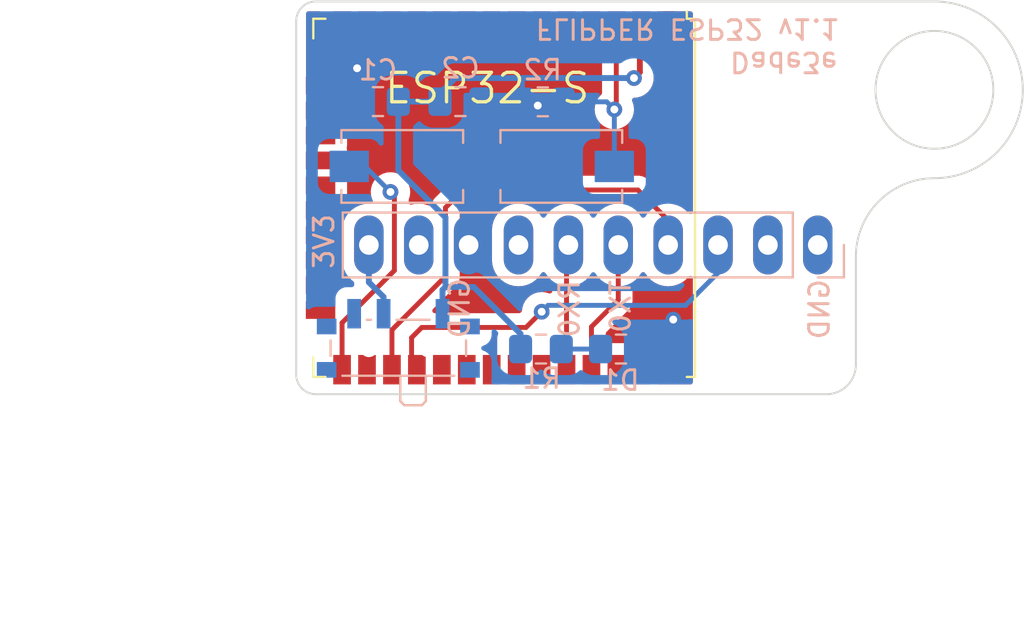
<source format=kicad_pcb>
(kicad_pcb (version 20221018) (generator pcbnew)
  (layers (0 "F.Cu" signal) (31 "B.Cu" signal) (34 "B.Paste" user) (35 "F.Paste" user) (36 "B.SilkS" user "B.Silkscreen") (37 "F.SilkS" user "F.Silkscreen") (38 "B.Mask" user) (39 "F.Mask" user) (44 "Edge.Cuts" user))
  (net 0 "")
  (net 1 "GND")
  (net 2 "Net-(D1-A)")
  (net 4 "Net-(J1-Pin_5)")
  (net 5 "Net-(J1-Pin_6)")
  (net 8 "Net-(J1-Pin_10)")
  (net 36 "Net-(J1-Pin_3)")
  (net 37 "Net-(J1-Pin_4)")
  (net 39 "Net-(SW1-A)")
  (net 41 "Net-(U1-IO0)")
  (net 42 "Net-(U1-EN)")
  (footprint "RF_Module:ESP32-WROOM-32U" (layer "F.Cu") (at 60.59 60 -90)
    (fp_text reference "U1" hide)
    (fp_text value "ESP32-WROOM-32" hide)
    (fp_line (start -9.12 -9.72) (end -9.12 -9.3) (stroke (width 0.12)) (layer "F.SilkS"))
    (fp_line (start -9.12 -9.72) (end 9.12 -9.72) (stroke (width 0.12)) (layer "F.SilkS"))
    (fp_line (start -9.12 -9.3) (end -9.5 -9.3) (stroke (width 0.12)) (layer "F.SilkS"))
    (fp_line (start -9.12 9.1) (end -9.12 9.72) (stroke (width 0.12)) (layer "F.SilkS"))
    (fp_line (start -9.12 9.72) (end -8.12 9.72) (stroke (width 0.12)) (layer "F.SilkS"))
    (fp_line (start 9.12 -9.72) (end 9.12 -9.3) (stroke (width 0.12)) (layer "F.SilkS"))
    (fp_line (start 9.12 9.1) (end 9.12 9.72) (stroke (width 0.12)) (layer "F.SilkS"))
    (fp_line (start 9.12 9.72) (end 8.12 9.72) (stroke (width 0.12)) (layer "F.SilkS"))
    (pad "1" smd rect (at -8.75 -8.255 270) (size 1.5 0.9) (layers "F.Cu" "F.Paste" "F.Mask") (net 1 "GND"))
    (pad "2" smd rect (at -8.75 -6.985 270) (size 1.5 0.9) (layers "F.Cu" "F.Paste" "F.Mask") (net 39 "Net-(SW1-A)"))
    (pad "3" smd rect (at -8.75 -5.715 270) (size 1.5 0.9) (layers "F.Cu" "F.Paste" "F.Mask") (net 42 "Net-(U1-EN)"))
    (pad "4" smd rect (at -8.75 -4.445 270) (size 1.5 0.9) (layers "F.Cu" "F.Paste" "F.Mask"))
    (pad "5" smd rect (at -8.75 -3.175 270) (size 1.5 0.9) (layers "F.Cu" "F.Paste" "F.Mask"))
    (pad "6" smd rect (at -8.75 -1.905 270) (size 1.5 0.9) (layers "F.Cu" "F.Paste" "F.Mask"))
    (pad "7" smd rect (at -8.75 -0.635 270) (size 1.5 0.9) (layers "F.Cu" "F.Paste" "F.Mask"))
    (pad "8" smd rect (at -8.75 0.635 270) (size 1.5 0.9) (layers "F.Cu" "F.Paste" "F.Mask"))
    (pad "9" smd rect (at -8.75 1.905 270) (size 1.5 0.9) (layers "F.Cu" "F.Paste" "F.Mask"))
    (pad "10" smd rect (at -8.75 3.175 270) (size 1.5 0.9) (layers "F.Cu" "F.Paste" "F.Mask"))
    (pad "11" smd rect (at -8.75 4.445 270) (size 1.5 0.9) (layers "F.Cu" "F.Paste" "F.Mask"))
    (pad "12" smd rect (at -8.75 5.715 270) (size 1.5 0.9) (layers "F.Cu" "F.Paste" "F.Mask"))
    (pad "13" smd rect (at -8.75 6.985 270) (size 1.5 0.9) (layers "F.Cu" "F.Paste" "F.Mask"))
    (pad "14" smd rect (at -8.75 8.255 270) (size 1.5 0.9) (layers "F.Cu" "F.Paste" "F.Mask"))
    (pad "15" smd rect (at -5.715 9.35) (size 1.5 0.9) (layers "F.Cu" "F.Paste" "F.Mask") (net 1 "GND"))
    (pad "16" smd rect (at -4.445 9.35) (size 1.5 0.9) (layers "F.Cu" "F.Paste" "F.Mask"))
    (pad "17" smd rect (at -3.175 9.35) (size 1.5 0.9) (layers "F.Cu" "F.Paste" "F.Mask"))
    (pad "18" smd rect (at -1.905 9.35) (size 1.5 0.9) (layers "F.Cu" "F.Paste" "F.Mask"))
    (pad "19" smd rect (at -0.635 9.35) (size 1.5 0.9) (layers "F.Cu" "F.Paste" "F.Mask"))
    (pad "20" smd rect (at 0.635 9.35) (size 1.5 0.9) (layers "F.Cu" "F.Paste" "F.Mask"))
    (pad "21" smd rect (at 1.905 9.35) (size 1.5 0.9) (layers "F.Cu" "F.Paste" "F.Mask"))
    (pad "22" smd rect (at 3.175 9.35) (size 1.5 0.9) (layers "F.Cu" "F.Paste" "F.Mask"))
    (pad "23" smd rect (at 4.445 9.35) (size 1.5 0.9) (layers "F.Cu" "F.Paste" "F.Mask"))
    (pad "24" smd rect (at 5.715 9.35) (size 1.5 0.9) (layers "F.Cu" "F.Paste" "F.Mask"))
    (pad "25" smd rect (at 8.75 8.255 270) (size 1.5 0.9) (layers "F.Cu" "F.Paste" "F.Mask") (net 41 "Net-(U1-IO0)"))
    (pad "26" smd rect (at 8.75 6.985 270) (size 1.5 0.9) (layers "F.Cu" "F.Paste" "F.Mask"))
    (pad "27" smd rect (at 8.75 5.715 270) (size 1.5 0.9) (layers "F.Cu" "F.Paste" "F.Mask") (net 37 "Net-(J1-Pin_4)"))
    (pad "28" smd rect (at 8.75 4.445 270) (size 1.5 0.9) (layers "F.Cu" "F.Paste" "F.Mask") (net 36 "Net-(J1-Pin_3)"))
    (pad "29" smd rect (at 8.75 3.175 270) (size 1.5 0.9) (layers "F.Cu" "F.Paste" "F.Mask"))
    (pad "30" smd rect (at 8.75 1.905 270) (size 1.5 0.9) (layers "F.Cu" "F.Paste" "F.Mask"))
    (pad "31" smd rect (at 8.75 0.635 270) (size 1.5 0.9) (layers "F.Cu" "F.Paste" "F.Mask"))
    (pad "32" smd rect (at 8.75 -0.635 270) (size 1.5 0.9) (layers "F.Cu" "F.Paste" "F.Mask"))
    (pad "33" smd rect (at 8.75 -1.905 270) (size 1.5 0.9) (layers "F.Cu" "F.Paste" "F.Mask"))
    (pad "34" smd rect (at 8.75 -3.175 270) (size 1.5 0.9) (layers "F.Cu" "F.Paste" "F.Mask") (net 5 "Net-(J1-Pin_6)"))
    (pad "35" smd rect (at 8.75 -4.445 270) (size 1.5 0.9) (layers "F.Cu" "F.Paste" "F.Mask") (net 4 "Net-(J1-Pin_5)"))
    (pad "36" smd rect (at 8.75 -5.715 270) (size 1.5 0.9) (layers "F.Cu" "F.Paste" "F.Mask"))
    (pad "37" smd rect (at 8.75 -6.985 270) (size 1.5 0.9) (layers "F.Cu" "F.Paste" "F.Mask"))
    (pad "38" smd rect (at 8.75 -8.255 270) (size 1.5 0.9) (layers "F.Cu" "F.Paste" "F.Mask") (net 1 "GND"))
  )
  (footprint "Library:PinHeader_1x10_P2.54mm_Vertical_largo" (layer "B.Cu") (at 76.56 62.4 90)
    (fp_text reference "J1" hide)
    (fp_text value "Conn_01x10" hide)
    (fp_line (start -1.651 -24.19) (end 1.651 -24.19) (stroke (width 0.12)) (layer "B.SilkS"))
    (fp_line (start -1.651 -1.27) (end -1.651 -24.19) (stroke (width 0.12)) (layer "B.SilkS"))
    (fp_line (start -1.651 -1.27) (end 1.651 -1.27) (stroke (width 0.12)) (layer "B.SilkS"))
    (fp_line (start -1.651 0) (end -1.651 1.33) (stroke (width 0.12)) (layer "B.SilkS"))
    (fp_line (start -1.651 1.33) (end 0 1.33) (stroke (width 0.12)) (layer "B.SilkS"))
    (fp_line (start 1.651 -1.27) (end 1.651 -24.19) (stroke (width 0.12)) (layer "B.SilkS"))
    (pad "1" thru_hole oval (at 0 0 90) (size 3 1.5) (drill 1) (layers "*.Cu" "*.Mask"))
    (pad "2" thru_hole oval (at 0 -2.54 90) (size 3 1.5) (drill 1) (layers "*.Cu" "*.Mask"))
    (pad "3" thru_hole oval (at 0 -5.08 90) (size 3 1.5) (drill 1) (layers "*.Cu" "*.Mask") (net 36 "Net-(J1-Pin_3)"))
    (pad "4" thru_hole oval (at 0 -7.62 90) (size 3 1.5) (drill 1) (layers "*.Cu" "*.Mask") (net 37 "Net-(J1-Pin_4)"))
    (pad "5" thru_hole oval (at 0 -10.16 90) (size 3 1.5) (drill 1) (layers "*.Cu" "*.Mask") (net 4 "Net-(J1-Pin_5)"))
    (pad "6" thru_hole oval (at 0 -12.7 90) (size 3 1.5) (drill 1) (layers "*.Cu" "*.Mask") (net 5 "Net-(J1-Pin_6)"))
    (pad "7" thru_hole oval (at 0 -15.24 90) (size 3 1.5) (drill 1) (layers "*.Cu" "*.Mask"))
    (pad "8" thru_hole oval (at 0 -17.78 90) (size 3 1.5) (drill 1) (layers "*.Cu" "*.Mask") (net 1 "GND"))
    (pad "9" thru_hole oval (at 0 -20.32 90) (size 3 1.5) (drill 1) (layers "*.Cu" "*.Mask"))
    (pad "10" thru_hole oval (at 0 -22.86 90) (size 3 1.5) (drill 1) (layers "*.Cu" "*.Mask") (net 8 "Net-(J1-Pin_10)"))
  )
  (footprint "Button_Switch_SMD:SW_SPST_EVQPE1" (layer "B.Cu") (at 63.5 58.4)
    (fp_text reference "SW3" hide)
    (fp_text value "SW_Push" hide)
    (fp_line (start -3.1 -1.85) (end 3.1 -1.85) (stroke (width 0.12)) (layer "B.SilkS"))
    (fp_line (start -3.1 -1.2) (end -3.1 -1.85) (stroke (width 0.12)) (layer "B.SilkS"))
    (fp_line (start -3.1 1.85) (end -3.1 1.2) (stroke (width 0.12)) (layer "B.SilkS"))
    (fp_line (start 3.1 -1.85) (end 3.1 -1.2) (stroke (width 0.12)) (layer "B.SilkS"))
    (fp_line (start 3.1 1.85) (end -3.1 1.85) (stroke (width 0.12)) (layer "B.SilkS"))
    (fp_line (start 3.1 1.85) (end 3.1 1.2) (stroke (width 0.12)) (layer "B.SilkS"))
    (pad "1" smd rect (at -2.7 0) (size 2 1.6) (layers "B.Cu" "B.Paste" "B.Mask") (net 1 "GND"))
    (pad "2" smd rect (at 2.7 0) (size 2 1.6) (layers "B.Cu" "B.Paste" "B.Mask") (net 42 "Net-(U1-EN)"))
  )
  (footprint "Capacitor_SMD:C_0805_2012Metric_Pad1.18x1.45mm_HandSolder" (layer "B.Cu") (at 66.5375 67.7 180)
    (fp_text reference "D1" (at 0.0375 -1.6) (layer "B.SilkS") (effects (justify mirror)))
    (fp_text value "LED" hide)
    (fp_line (start -0.261252 -0.735) (end 0.261252 -0.735) (stroke (width 0.12)) (layer "B.SilkS"))
    (fp_line (start -0.261252 0.735) (end 0.261252 0.735) (stroke (width 0.12)) (layer "B.SilkS"))
    (pad "1" smd roundrect (at -1.0375 0 180) (size 1.175 1.45) (layers "B.Cu" "B.Paste" "B.Mask") (roundrect_rratio 0.2127659574) (net 1 "GND"))
    (pad "2" smd roundrect (at 1.0375 0 180) (size 1.175 1.45) (layers "B.Cu" "B.Paste" "B.Mask") (roundrect_rratio 0.2127659574) (net 2 "Net-(D1-A)"))
  )
  (footprint "Button_Switch_SMD:SW_SPST_EVQPE1" (layer "B.Cu") (at 55.4 58.4)
    (fp_text reference "SW2" hide)
    (fp_text value "SW_Push" hide)
    (fp_line (start -3.1 -1.85) (end 3.1 -1.85) (stroke (width 0.12)) (layer "B.SilkS"))
    (fp_line (start -3.1 -1.2) (end -3.1 -1.85) (stroke (width 0.12)) (layer "B.SilkS"))
    (fp_line (start -3.1 1.85) (end -3.1 1.2) (stroke (width 0.12)) (layer "B.SilkS"))
    (fp_line (start 3.1 -1.85) (end 3.1 -1.2) (stroke (width 0.12)) (layer "B.SilkS"))
    (fp_line (start 3.1 1.85) (end -3.1 1.85) (stroke (width 0.12)) (layer "B.SilkS"))
    (fp_line (start 3.1 1.85) (end 3.1 1.2) (stroke (width 0.12)) (layer "B.SilkS"))
    (pad "1" smd rect (at -2.7 0) (size 2 1.6) (layers "B.Cu" "B.Paste" "B.Mask") (net 41 "Net-(U1-IO0)"))
    (pad "2" smd rect (at 2.7 0) (size 2 1.6) (layers "B.Cu" "B.Paste" "B.Mask") (net 1 "GND"))
  )
  (footprint "Capacitor_SMD:C_0805_2012Metric_Pad1.18x1.45mm_HandSolder" (layer "B.Cu") (at 54.1625 55.1 180)
    (fp_text reference "C1" (at 0 1.6) (layer "B.SilkS") (effects (justify mirror)))
    (fp_text value "C" hide)
    (fp_line (start -0.261252 -0.735) (end 0.261252 -0.735) (stroke (width 0.12)) (layer "B.SilkS"))
    (fp_line (start -0.261252 0.735) (end 0.261252 0.735) (stroke (width 0.12)) (layer "B.SilkS"))
    (pad "1" smd roundrect (at -1.0375 0 180) (size 1.175 1.45) (layers "B.Cu" "B.Paste" "B.Mask") (roundrect_rratio 0.2127659574) (net 39 "Net-(SW1-A)"))
    (pad "2" smd roundrect (at 1.0375 0 180) (size 1.175 1.45) (layers "B.Cu" "B.Paste" "B.Mask") (roundrect_rratio 0.2127659574) (net 1 "GND"))
  )
  (footprint "Button_Switch_SMD:SW_SPDT_PCM12" (layer "B.Cu") (at 55.2 67.33 180)
    (fp_text reference "SW1" hide)
    (fp_text value "SW_SPDT" hide)
    (fp_line (start -3.45 0.07) (end -3.45 -0.72) (stroke (width 0.12)) (layer "B.SilkS"))
    (fp_line (start -2.85 -1.73) (end 2.85 -1.73) (stroke (width 0.12)) (layer "B.SilkS"))
    (fp_line (start -1.6 1.12) (end 0.1 1.12) (stroke (width 0.12)) (layer "B.SilkS"))
    (fp_line (start -1.4 -3.02) (end -1.2 -3.23) (stroke (width 0.12)) (layer "B.SilkS"))
    (fp_line (start -1.4 -1.73) (end -1.4 -3.02) (stroke (width 0.12)) (layer "B.SilkS"))
    (fp_line (start -1.2 -3.23) (end -0.3 -3.23) (stroke (width 0.12)) (layer "B.SilkS"))
    (fp_line (start -0.1 -3.02) (end -0.3 -3.23) (stroke (width 0.12)) (layer "B.SilkS"))
    (fp_line (start -0.1 -3.02) (end -0.1 -1.73) (stroke (width 0.12)) (layer "B.SilkS"))
    (fp_line (start 1.4 1.12) (end 1.6 1.12) (stroke (width 0.12)) (layer "B.SilkS"))
    (fp_line (start 3.45 -0.72) (end 3.45 0.07) (stroke (width 0.12)) (layer "B.SilkS"))
    (pad "" smd rect (at -3.65 -1.43 180) (size 1 0.8) (layers "B.Cu" "B.Paste" "B.Mask"))
    (pad "" smd rect (at -3.65 0.78 180) (size 1 0.8) (layers "B.Cu" "B.Paste" "B.Mask"))
    (pad "" np_thru_hole circle (at -1.5 -0.33 180) (size 0.9 0.9) (drill 0.9) (layers "*.Cu" "*.Mask"))
    (pad "" np_thru_hole circle (at 1.5 -0.33 180) (size 0.9 0.9) (drill 0.9) (layers "*.Cu" "*.Mask"))
    (pad "" smd rect (at 3.65 -1.43 180) (size 1 0.8) (layers "B.Cu" "B.Paste" "B.Mask"))
    (pad "" smd rect (at 3.65 0.78 180) (size 1 0.8) (layers "B.Cu" "B.Paste" "B.Mask"))
    (pad "1" smd rect (at -2.25 1.43 180) (size 0.7 1.5) (layers "B.Cu" "B.Paste" "B.Mask") (net 39 "Net-(SW1-A)"))
    (pad "2" smd rect (at 0.75 1.43 180) (size 0.7 1.5) (layers "B.Cu" "B.Paste" "B.Mask") (net 8 "Net-(J1-Pin_10)"))
    (pad "3" smd rect (at 2.25 1.43 180) (size 0.7 1.5) (layers "B.Cu" "B.Paste" "B.Mask"))
  )
  (footprint "Capacitor_SMD:C_0805_2012Metric_Pad1.18x1.45mm_HandSolder" (layer "B.Cu") (at 62.5575 55.11)
    (fp_text reference "R2" (at -0.0075 -1.62) (layer "B.SilkS") (effects (justify mirror)))
    (fp_text value "10K" hide)
    (fp_line (start -0.261252 -0.735) (end 0.261252 -0.735) (stroke (width 0.12)) (layer "B.SilkS"))
    (fp_line (start -0.261252 0.735) (end 0.261252 0.735) (stroke (width 0.12)) (layer "B.SilkS"))
    (pad "1" smd roundrect (at -1.0375 0) (size 1.175 1.45) (layers "B.Cu" "B.Paste" "B.Mask") (roundrect_rratio 0.212766) (net 39 "Net-(SW1-A)"))
    (pad "2" smd roundrect (at 1.0375 0) (size 1.175 1.45) (layers "B.Cu" "B.Paste" "B.Mask") (roundrect_rratio 0.212766) (net 42 "Net-(U1-EN)"))
  )
  (footprint "Capacitor_SMD:C_0805_2012Metric_Pad1.18x1.45mm_HandSolder" (layer "B.Cu") (at 58.3625 55.1)
    (fp_text reference "C2" (at 0 -1.7) (layer "B.SilkS") (effects (justify mirror)))
    (fp_text value "C" hide)
    (fp_line (start -0.261252 -0.735) (end 0.261252 -0.735) (stroke (width 0.12)) (layer "B.SilkS"))
    (fp_line (start -0.261252 0.735) (end 0.261252 0.735) (stroke (width 0.12)) (layer "B.SilkS"))
    (pad "1" smd roundrect (at -1.0375 0) (size 1.175 1.45) (layers "B.Cu" "B.Paste" "B.Mask") (roundrect_rratio 0.2127659574) (net 39 "Net-(SW1-A)"))
    (pad "2" smd roundrect (at 1.0375 0) (size 1.175 1.45) (layers "B.Cu" "B.Paste" "B.Mask") (roundrect_rratio 0.2127659574) (net 1 "GND"))
  )
  (footprint "Capacitor_SMD:C_0805_2012Metric_Pad1.18x1.45mm_HandSolder" (layer "B.Cu") (at 62.4625 67.7 180)
    (fp_text reference "R1" (at -0.0375 -1.5) (layer "B.SilkS") (effects (justify mirror)))
    (fp_text value "R" hide)
    (fp_line (start -0.261252 -0.735) (end 0.261252 -0.735) (stroke (width 0.12)) (layer "B.SilkS"))
    (fp_line (start -0.261252 0.735) (end 0.261252 0.735) (stroke (width 0.12)) (layer "B.SilkS"))
    (pad "1" smd roundrect (at -1.0375 0 180) (size 1.175 1.45) (layers "B.Cu" "B.Paste" "B.Mask") (roundrect_rratio 0.2127659574) (net 2 "Net-(D1-A)"))
    (pad "2" smd roundrect (at 1.0375 0 180) (size 1.175 1.45) (layers "B.Cu" "B.Paste" "B.Mask") (roundrect_rratio 0.2127659574) (net 39 "Net-(SW1-A)"))
  )
  (gr_line (start 50 69) (end 50 51) (stroke (width 0.1)) (layer "Edge.Cuts"))
  (gr_circle (center 82.5 54.5) (end 85.5 54.5) (stroke (width 0.1)) (fill none) (layer "Edge.Cuts"))
  (gr_arc (start 51 70) (mid 50.292893 69.707107) (end 50 69) (stroke (width 0.1)) (layer "Edge.Cuts"))
  (gr_arc (start 82.5 50) (mid 87 54.5) (end 82.5 59) (stroke (width 0.1)) (layer "Edge.Cuts"))
  (gr_line (start 77 70) (end 51 70) (stroke (width 0.1)) (layer "Edge.Cuts"))
  (gr_arc (start 78.5 68.5) (mid 78.06066 69.56066) (end 77 70) (stroke (width 0.1)) (layer "Edge.Cuts"))
  (gr_arc (start 78.5 63) (mid 79.671573 60.171573) (end 82.5 59) (stroke (width 0.1)) (layer "Edge.Cuts"))
  (gr_line (start 78.5 68.5) (end 78.5 63) (stroke (width 0.1)) (layer "Edge.Cuts"))
  (gr_line (start 51 50) (end 82.5 50) (stroke (width 0.1)) (layer "Edge.Cuts"))
  (gr_arc (start 50 51) (mid 50.292893 50.292893) (end 51 50) (stroke (width 0.1)) (layer "Edge.Cuts"))
  (gr_text "GND" (at 77.225 64.051 90) (layer "B.SilkS") (effects (font (size 1 1)) (justify left bottom mirror)))
  (gr_text "GND" (at 58.9 64 90) (layer "B.SilkS") (effects (font (size 1 1)) (justify left bottom mirror)))
  (gr_text "3V3" (at 52 63.7 90) (layer "B.SilkS") (effects (font (size 1 1)) (justify left bottom)))
  (gr_text "RX0" (at 64.5 64.1 90) (layer "B.SilkS") (effects (font (size 1 1)) (justify left bottom mirror)))
  (gr_text "Dade3e" (at 72 52.5 180) (layer "B.SilkS") (effects (font (size 1 1)) (justify left bottom mirror)))
  (gr_text "FLIPPER ESP32 v1.1" (at 62.1 50.8 180) (layer "B.SilkS") (effects (font (size 1 1)) (justify left bottom mirror)))
  (gr_text "TX0" (at 67.1 64.1 90) (layer "B.SilkS") (effects (font (size 1 1)) (justify left bottom mirror)))
  (gr_text "ESP32-S" (at 54.4 55.3) (layer "F.SilkS") (effects (font (size 1.5 1.5) (thickness 0.17)) (justify left bottom)))
  (via (at 62.3 55.3) (size 0.8) (drill 0.4) (layers "F.Cu" "B.Cu") (net 1))
  (via (at 69.2 66.2) (size 0.8) (drill 0.4) (layers "F.Cu" "B.Cu") (net 1))
  (via (at 53.1 53.4) (size 0.8) (drill 0.4) (layers "F.Cu" "B.Cu") (net 1))
  (segment (start 63.5 67.7) (end 65.5 67.7) (width 0.25) (layer "B.Cu") (net 2))
  (segment (start 65.035 68.75) (end 65.035 66.565) (width 0.25) (layer "F.Cu") (net 4))
  (segment (start 65.035 66.565) (end 66.4 65.2) (width 0.25) (layer "F.Cu") (net 4))
  (segment (start 66.4 65.2) (end 66.4 62.4) (width 0.25) (layer "F.Cu") (net 4))
  (segment (start 63.765 68.75) (end 63.765 62.495) (width 0.25) (layer "F.Cu") (net 5))
  (segment (start 63.765 62.495) (end 63.86 62.4) (width 0.25) (layer "F.Cu") (net 5))
  (segment (start 53.7 64.3) (end 53.7 62.4) (width 0.3) (layer "B.Cu") (net 8))
  (segment (start 54.45 65.9) (end 54.45 65.05) (width 0.3) (layer "B.Cu") (net 8))
  (segment (start 54.45 65.05) (end 53.7 64.3) (width 0.3) (layer "B.Cu") (net 8))
  (segment (start 61.7 66.6) (end 56.393274 66.6) (width 0.25) (layer "F.Cu") (net 36))
  (segment (start 55.875 68.48) (end 56.145 68.75) (width 0.25) (layer "F.Cu") (net 36))
  (segment (start 55.875 67.118274) (end 55.875 68.48) (width 0.25) (layer "F.Cu") (net 36))
  (segment (start 62.5 65.8) (end 61.7 66.6) (width 0.25) (layer "F.Cu") (net 36))
  (segment (start 56.393274 66.6) (end 55.875 67.118274) (width 0.25) (layer "F.Cu") (net 36))
  (via (at 62.5 65.8) (size 0.8) (drill 0.4) (layers "F.Cu" "B.Cu") (net 36))
  (segment (start 71.48 63.82) (end 71.48 62.4) (width 0.25) (layer "B.Cu") (net 36))
  (segment (start 62.5 65.8) (end 62.825 65.475) (width 0.25) (layer "B.Cu") (net 36))
  (segment (start 69.825 65.475) (end 71.48 63.82) (width 0.25) (layer "B.Cu") (net 36))
  (segment (start 71.48 62.4) (end 71.48 61.48) (width 0.25) (layer "B.Cu") (net 36))
  (segment (start 62.825 65.475) (end 69.825 65.475) (width 0.25) (layer "B.Cu") (net 36))
  (segment (start 54.875 68.75) (end 54.875 66.725) (width 0.25) (layer "F.Cu") (net 37))
  (segment (start 58.5 59.6) (end 67.4 59.6) (width 0.25) (layer "F.Cu") (net 37))
  (segment (start 57.6 64) (end 57.6 60.5) (width 0.25) (layer "F.Cu") (net 37))
  (segment (start 57.6 60.5) (end 58.5 59.6) (width 0.25) (layer "F.Cu") (net 37))
  (segment (start 54.875 66.725) (end 57.6 64) (width 0.25) (layer "F.Cu") (net 37))
  (segment (start 68.94 61.14) (end 68.94 62.4) (width 0.25) (layer "F.Cu") (net 37))
  (segment (start 67.4 59.6) (end 68.94 61.14) (width 0.25) (layer "F.Cu") (net 37))
  (segment (start 67.2 53.9) (end 67.5 53.6) (width 0.3) (layer "F.Cu") (net 39))
  (segment (start 67.5 53.6) (end 67.5 51.325) (width 0.3) (layer "F.Cu") (net 39))
  (segment (start 67.5 51.325) (end 67.575 51.25) (width 0.3) (layer "F.Cu") (net 39))
  (via (at 67.2 53.9) (size 0.8) (drill 0.4) (layers "F.Cu" "B.Cu") (net 39))
  (segment (start 57.6 64.54) (end 57.45 64.69) (width 0.3) (layer "B.Cu") (net 39))
  (segment (start 57.6 64.54) (end 57.6 61) (width 0.3) (layer "B.Cu") (net 39))
  (segment (start 57.325 54.675) (end 57.325 55.1) (width 0.3) (layer "B.Cu") (net 39))
  (segment (start 55.2 55.1) (end 57.325 55.1) (width 0.3) (layer "B.Cu") (net 39))
  (segment (start 67.2 53.9) (end 61.52 53.9) (width 0.3) (layer "B.Cu") (net 39))
  (segment (start 58.1 53.9) (end 57.325 54.675) (width 0.3) (layer "B.Cu") (net 39))
  (segment (start 55.2 58.6) (end 55.2 55.1) (width 0.3) (layer "B.Cu") (net 39))
  (segment (start 57.45 64.69) (end 57.45 65.9) (width 0.3) (layer "B.Cu") (net 39))
  (segment (start 57.6 61) (end 55.2 58.6) (width 0.3) (layer "B.Cu") (net 39))
  (segment (start 61.425 66.925) (end 61.425 67.7) (width 0.3) (layer "B.Cu") (net 39))
  (segment (start 61.52 53.9) (end 58.1 53.9) (width 0.3) (layer "B.Cu") (net 39))
  (segment (start 57.6 64.54) (end 59.04 64.54) (width 0.3) (layer "B.Cu") (net 39))
  (segment (start 59.04 64.54) (end 61.425 66.925) (width 0.3) (layer "B.Cu") (net 39))
  (segment (start 61.52 55.11) (end 61.52 53.9) (width 0.25) (layer "B.Cu") (net 39))
  (segment (start 57.25 66.34) (end 57.34 66.25) (width 0.3) (layer "B.Cu") (net 39))
  (segment (start 55 63.7) (end 52.335 66.365) (width 0.25) (layer "F.Cu") (net 41))
  (segment (start 52.335 66.365) (end 52.335 68.75) (width 0.25) (layer "F.Cu") (net 41))
  (segment (start 54.8 59.7) (end 55 59.9) (width 0.25) (layer "F.Cu") (net 41))
  (segment (start 55 59.9) (end 55 63.7) (width 0.25) (layer "F.Cu") (net 41))
  (via (at 54.8 59.7) (size 0.8) (drill 0.4) (layers "F.Cu" "B.Cu") (net 41))
  (segment (start 53.5 58.4) (end 54.8 59.7) (width 0.25) (layer "B.Cu") (net 41))
  (segment (start 52.7 58.4) (end 53.5 58.4) (width 0.25) (layer "B.Cu") (net 41))
  (segment (start 66.2 55.5) (end 66.3 55.4) (width 0.25) (layer "F.Cu") (net 42))
  (segment (start 66.3 51.255) (end 66.305 51.25) (width 0.25) (layer "F.Cu") (net 42))
  (segment (start 66.3 55.4) (end 66.3 51.255) (width 0.25) (layer "F.Cu") (net 42))
  (via (at 66.2 55.5) (size 0.8) (drill 0.4) (layers "F.Cu" "B.Cu") (net 42))
  (segment (start 63.595 55.11) (end 65.81 55.11) (width 0.25) (layer "B.Cu") (net 42))
  (segment (start 66.2 58.4) (end 66.2 55.5) (width 0.25) (layer "B.Cu") (net 42))
  (segment (start 65.81 55.11) (end 66.2 55.5) (width 0.25) (layer "B.Cu") (net 42))
  (zone (net 1) (net_name "GND") (layers "F&B.Cu") (connect_pads yes (clearance 0.6)) (min_thickness 0.25) (fill yes (thermal_gap 0.5) (thermal_bridge_width 0.5))
    (polygon (pts (xy 50.5 50.5) (xy 70.2 50.5) (xy 70.2 69.5) (xy 50.5 69.5)))
  )
)
</source>
